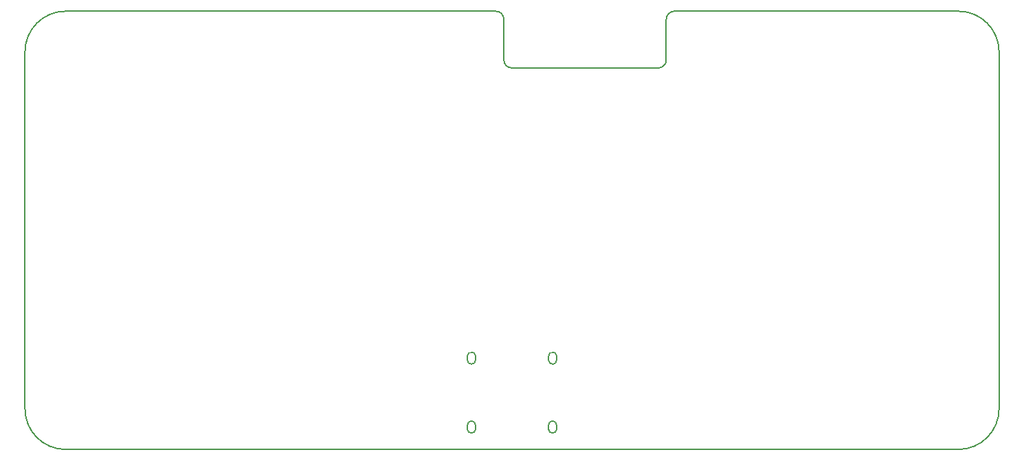
<source format=gbr>
G04 #@! TF.FileFunction,Profile,NP*
%FSLAX46Y46*%
G04 Gerber Fmt 4.6, Leading zero omitted, Abs format (unit mm)*
G04 Created by KiCad (PCBNEW 4.0.4-snap1-stable) date Wed Jun 19 19:26:08 2019*
%MOMM*%
%LPD*%
G01*
G04 APERTURE LIST*
%ADD10C,0.150000*%
G04 APERTURE END LIST*
D10*
X155500000Y-120000000D02*
G75*
G03X155000000Y-119500000I-500000J0D01*
G01*
X155000000Y-119500000D02*
G75*
G03X154500000Y-120000000I0J-500000D01*
G01*
X154500000Y-120500000D02*
G75*
G03X155000000Y-121000000I500000J0D01*
G01*
X155000000Y-121000000D02*
G75*
G03X155500000Y-120500000I0J500000D01*
G01*
X154500000Y-120000000D02*
X154500000Y-120500000D01*
X155500000Y-120000000D02*
X155500000Y-120500000D01*
X145500000Y-120000000D02*
G75*
G03X145000000Y-119500000I-500000J0D01*
G01*
X145000000Y-119500000D02*
G75*
G03X144500000Y-120000000I0J-500000D01*
G01*
X144500000Y-120500000D02*
G75*
G03X145000000Y-121000000I500000J0D01*
G01*
X145000000Y-121000000D02*
G75*
G03X145500000Y-120500000I0J500000D01*
G01*
X144500000Y-120000000D02*
X144500000Y-120500000D01*
X145500000Y-120500000D02*
X145500000Y-120000000D01*
X155500000Y-111500000D02*
X155500000Y-112000000D01*
X154500000Y-111500000D02*
X154500000Y-112000000D01*
X145500000Y-112000000D02*
X145500000Y-111500000D01*
X144500000Y-111500000D02*
X144500000Y-112000000D01*
X155000000Y-112500000D02*
G75*
G03X155500000Y-112000000I0J500000D01*
G01*
X154500000Y-112000000D02*
G75*
G03X155000000Y-112500000I500000J0D01*
G01*
X155000000Y-111000000D02*
G75*
G03X154500000Y-111500000I0J-500000D01*
G01*
X155500000Y-111500000D02*
G75*
G03X155000000Y-111000000I-500000J0D01*
G01*
X145000000Y-112500000D02*
G75*
G03X145500000Y-112000000I0J500000D01*
G01*
X144500000Y-112000000D02*
G75*
G03X145000000Y-112500000I500000J0D01*
G01*
X145000000Y-111000000D02*
G75*
G03X144500000Y-111500000I0J-500000D01*
G01*
X145500000Y-111500000D02*
G75*
G03X145000000Y-111000000I-500000J0D01*
G01*
X90000000Y-118000000D02*
G75*
G03X95000000Y-123000000I5000000J0D01*
G01*
X205000000Y-123000000D02*
G75*
G03X210000000Y-118000000I0J5000000D01*
G01*
X210000000Y-74000000D02*
G75*
G03X205000000Y-69000000I-5000000J0D01*
G01*
X170000000Y-69000000D02*
G75*
G03X169000000Y-70000000I0J-1000000D01*
G01*
X168000000Y-76000000D02*
G75*
G03X169000000Y-75000000I0J1000000D01*
G01*
X149000000Y-75000000D02*
G75*
G03X150000000Y-76000000I1000000J0D01*
G01*
X149000000Y-70000000D02*
G75*
G03X148000000Y-69000000I-1000000J0D01*
G01*
X95000000Y-69000000D02*
G75*
G03X90000000Y-74000000I0J-5000000D01*
G01*
X205000000Y-123000000D02*
X95000000Y-123000000D01*
X210000000Y-74000000D02*
X210000000Y-118000000D01*
X170000000Y-69000000D02*
X205000000Y-69000000D01*
X169000000Y-75000000D02*
X169000000Y-70000000D01*
X150000000Y-76000000D02*
X168000000Y-76000000D01*
X149000000Y-70000000D02*
X149000000Y-75000000D01*
X95000000Y-69000000D02*
X148000000Y-69000000D01*
X90000000Y-74000000D02*
X90000000Y-118000000D01*
M02*

</source>
